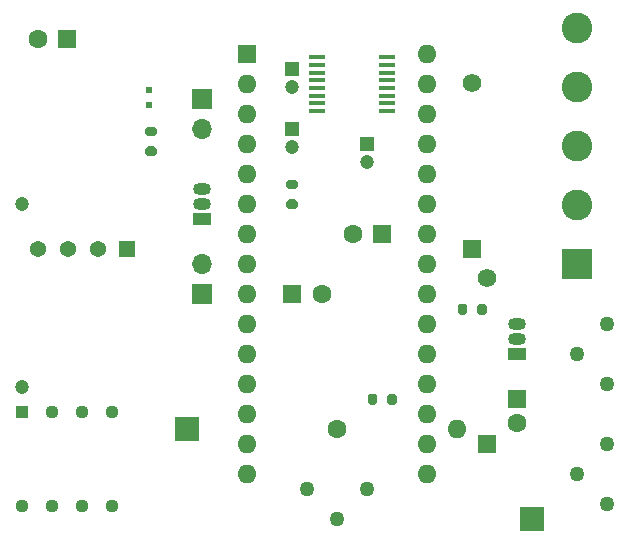
<source format=gbr>
%TF.GenerationSoftware,KiCad,Pcbnew,(5.1.9)-1*%
%TF.CreationDate,2021-05-25T19:19:14-07:00*%
%TF.ProjectId,VacuumSensor,56616375-756d-4536-956e-736f722e6b69,rev?*%
%TF.SameCoordinates,Original*%
%TF.FileFunction,Soldermask,Top*%
%TF.FilePolarity,Negative*%
%FSLAX46Y46*%
G04 Gerber Fmt 4.6, Leading zero omitted, Abs format (unit mm)*
G04 Created by KiCad (PCBNEW (5.1.9)-1) date 2021-05-25 19:19:14*
%MOMM*%
%LPD*%
G01*
G04 APERTURE LIST*
%ADD10R,0.600000X0.550000*%
%ADD11C,1.200000*%
%ADD12R,1.475000X0.450000*%
%ADD13R,1.200000X1.200000*%
%ADD14C,2.600000*%
%ADD15R,2.600000X2.600000*%
%ADD16R,1.700000X1.700000*%
%ADD17O,1.700000X1.700000*%
%ADD18R,1.600000X1.600000*%
%ADD19C,1.600000*%
%ADD20O,1.600000X1.600000*%
%ADD21R,2.000000X2.000000*%
%ADD22C,1.260000*%
%ADD23C,1.575000*%
%ADD24R,1.575000X1.575000*%
%ADD25R,1.130000X1.130000*%
%ADD26C,1.130000*%
%ADD27C,1.365000*%
%ADD28R,1.365000X1.365000*%
%ADD29R,1.500000X1.050000*%
%ADD30O,1.500000X1.050000*%
G04 APERTURE END LIST*
D10*
%TO.C,RT1*%
X89475000Y-88120000D03*
X89475000Y-89420000D03*
%TD*%
D11*
%TO.C,RG1*%
X78740000Y-113290000D03*
X78740000Y-97790000D03*
%TD*%
%TO.C,R6*%
G36*
G01*
X89930000Y-92050000D02*
X89380000Y-92050000D01*
G75*
G02*
X89180000Y-91850000I0J200000D01*
G01*
X89180000Y-91450000D01*
G75*
G02*
X89380000Y-91250000I200000J0D01*
G01*
X89930000Y-91250000D01*
G75*
G02*
X90130000Y-91450000I0J-200000D01*
G01*
X90130000Y-91850000D01*
G75*
G02*
X89930000Y-92050000I-200000J0D01*
G01*
G37*
G36*
G01*
X89930000Y-93700000D02*
X89380000Y-93700000D01*
G75*
G02*
X89180000Y-93500000I0J200000D01*
G01*
X89180000Y-93100000D01*
G75*
G02*
X89380000Y-92900000I200000J0D01*
G01*
X89930000Y-92900000D01*
G75*
G02*
X90130000Y-93100000I0J-200000D01*
G01*
X90130000Y-93500000D01*
G75*
G02*
X89930000Y-93700000I-200000J0D01*
G01*
G37*
%TD*%
D12*
%TO.C,IC5*%
X109618000Y-85355000D03*
X109618000Y-86005000D03*
X109618000Y-86655000D03*
X109618000Y-87305000D03*
X109618000Y-87955000D03*
X109618000Y-88605000D03*
X109618000Y-89255000D03*
X109618000Y-89905000D03*
X103742000Y-89905000D03*
X103742000Y-89255000D03*
X103742000Y-88605000D03*
X103742000Y-87955000D03*
X103742000Y-87305000D03*
X103742000Y-86655000D03*
X103742000Y-86005000D03*
X103742000Y-85355000D03*
%TD*%
D13*
%TO.C,C10*%
X101600000Y-91440000D03*
D11*
X101600000Y-92940000D03*
%TD*%
D13*
%TO.C,C9*%
X101600000Y-86360000D03*
D11*
X101600000Y-87860000D03*
%TD*%
D13*
%TO.C,C8*%
X107950000Y-92710000D03*
D11*
X107950000Y-94210000D03*
%TD*%
%TO.C,R4*%
G36*
G01*
X101875000Y-98190000D02*
X101325000Y-98190000D01*
G75*
G02*
X101125000Y-97990000I0J200000D01*
G01*
X101125000Y-97590000D01*
G75*
G02*
X101325000Y-97390000I200000J0D01*
G01*
X101875000Y-97390000D01*
G75*
G02*
X102075000Y-97590000I0J-200000D01*
G01*
X102075000Y-97990000D01*
G75*
G02*
X101875000Y-98190000I-200000J0D01*
G01*
G37*
G36*
G01*
X101875000Y-96540000D02*
X101325000Y-96540000D01*
G75*
G02*
X101125000Y-96340000I0J200000D01*
G01*
X101125000Y-95940000D01*
G75*
G02*
X101325000Y-95740000I200000J0D01*
G01*
X101875000Y-95740000D01*
G75*
G02*
X102075000Y-95940000I0J-200000D01*
G01*
X102075000Y-96340000D01*
G75*
G02*
X101875000Y-96540000I-200000J0D01*
G01*
G37*
%TD*%
D14*
%TO.C,J3*%
X125730000Y-82870000D03*
X125730000Y-87870000D03*
X125730000Y-92870000D03*
X125730000Y-97870000D03*
D15*
X125730000Y-102870000D03*
%TD*%
D16*
%TO.C,J1*%
X93980000Y-105410000D03*
D17*
X93980000Y-102870000D03*
%TD*%
D18*
%TO.C,C11*%
X82550000Y-83820000D03*
D19*
X80050000Y-83820000D03*
%TD*%
D18*
%TO.C,A1*%
X97790000Y-85090000D03*
D20*
X113030000Y-118110000D03*
X97790000Y-87630000D03*
X113030000Y-115570000D03*
X97790000Y-90170000D03*
X113030000Y-113030000D03*
X97790000Y-92710000D03*
X113030000Y-110490000D03*
X97790000Y-95250000D03*
X113030000Y-107950000D03*
X97790000Y-97790000D03*
X113030000Y-105410000D03*
X97790000Y-100330000D03*
X113030000Y-102870000D03*
X97790000Y-102870000D03*
X113030000Y-100330000D03*
X97790000Y-105410000D03*
X113030000Y-97790000D03*
X97790000Y-107950000D03*
X113030000Y-95250000D03*
X97790000Y-110490000D03*
X113030000Y-92710000D03*
X97790000Y-113030000D03*
X113030000Y-90170000D03*
X97790000Y-115570000D03*
X113030000Y-87630000D03*
X97790000Y-118110000D03*
X113030000Y-85090000D03*
X97790000Y-120650000D03*
X113030000Y-120650000D03*
%TD*%
D21*
%TO.C,TP1*%
X121920000Y-124460000D03*
%TD*%
D22*
%TO.C,10VSourceAdj1*%
X107950000Y-121920000D03*
X105410000Y-124460000D03*
X102870000Y-121920000D03*
%TD*%
D18*
%TO.C,C6*%
X101600000Y-105410000D03*
D19*
X104100000Y-105410000D03*
%TD*%
D18*
%TO.C,C4*%
X109220000Y-100330000D03*
D19*
X106720000Y-100330000D03*
%TD*%
%TO.C,R1*%
G36*
G01*
X110445000Y-114025000D02*
X110445000Y-114575000D01*
G75*
G02*
X110245000Y-114775000I-200000J0D01*
G01*
X109845000Y-114775000D01*
G75*
G02*
X109645000Y-114575000I0J200000D01*
G01*
X109645000Y-114025000D01*
G75*
G02*
X109845000Y-113825000I200000J0D01*
G01*
X110245000Y-113825000D01*
G75*
G02*
X110445000Y-114025000I0J-200000D01*
G01*
G37*
G36*
G01*
X108795000Y-114025000D02*
X108795000Y-114575000D01*
G75*
G02*
X108595000Y-114775000I-200000J0D01*
G01*
X108195000Y-114775000D01*
G75*
G02*
X107995000Y-114575000I0J200000D01*
G01*
X107995000Y-114025000D01*
G75*
G02*
X108195000Y-113825000I200000J0D01*
G01*
X108595000Y-113825000D01*
G75*
G02*
X108795000Y-114025000I0J-200000D01*
G01*
G37*
%TD*%
D21*
%TO.C,TP2*%
X92710000Y-116840000D03*
%TD*%
D17*
%TO.C,J2*%
X93980000Y-91440000D03*
D16*
X93980000Y-88900000D03*
%TD*%
D23*
%TO.C,D1*%
X116840000Y-87500000D03*
D24*
X116840000Y-101600000D03*
%TD*%
D18*
%TO.C,C3*%
X120650000Y-114300000D03*
D19*
X120650000Y-116300000D03*
%TD*%
%TO.C,L1*%
X105410000Y-116840000D03*
D20*
X115570000Y-116840000D03*
%TD*%
D24*
%TO.C,D2*%
X118110000Y-118110000D03*
D23*
X118110000Y-104010000D03*
%TD*%
D25*
%TO.C,IC4*%
X78740000Y-115410000D03*
D26*
X81280000Y-115410000D03*
X83820000Y-115410000D03*
X86360000Y-115410000D03*
X86360000Y-123350000D03*
X83820000Y-123350000D03*
X81280000Y-123350000D03*
X78740000Y-123350000D03*
%TD*%
D27*
%TO.C,IC2*%
X80130000Y-101600000D03*
X82630000Y-101600000D03*
X85130000Y-101600000D03*
D28*
X87630000Y-101600000D03*
%TD*%
D22*
%TO.C,OutAdj1*%
X128270000Y-113030000D03*
X125730000Y-110490000D03*
X128270000Y-107950000D03*
%TD*%
D29*
%TO.C,U2*%
X93980000Y-99060000D03*
D30*
X93980000Y-96520000D03*
X93980000Y-97790000D03*
%TD*%
%TO.C,U1*%
X120650000Y-109220000D03*
X120650000Y-107950000D03*
D29*
X120650000Y-110490000D03*
%TD*%
D22*
%TO.C,5VADJ1*%
X128270000Y-118110000D03*
X125730000Y-120650000D03*
X128270000Y-123190000D03*
%TD*%
%TO.C,R2*%
G36*
G01*
X118065000Y-106405000D02*
X118065000Y-106955000D01*
G75*
G02*
X117865000Y-107155000I-200000J0D01*
G01*
X117465000Y-107155000D01*
G75*
G02*
X117265000Y-106955000I0J200000D01*
G01*
X117265000Y-106405000D01*
G75*
G02*
X117465000Y-106205000I200000J0D01*
G01*
X117865000Y-106205000D01*
G75*
G02*
X118065000Y-106405000I0J-200000D01*
G01*
G37*
G36*
G01*
X116415000Y-106405000D02*
X116415000Y-106955000D01*
G75*
G02*
X116215000Y-107155000I-200000J0D01*
G01*
X115815000Y-107155000D01*
G75*
G02*
X115615000Y-106955000I0J200000D01*
G01*
X115615000Y-106405000D01*
G75*
G02*
X115815000Y-106205000I200000J0D01*
G01*
X116215000Y-106205000D01*
G75*
G02*
X116415000Y-106405000I0J-200000D01*
G01*
G37*
%TD*%
M02*

</source>
